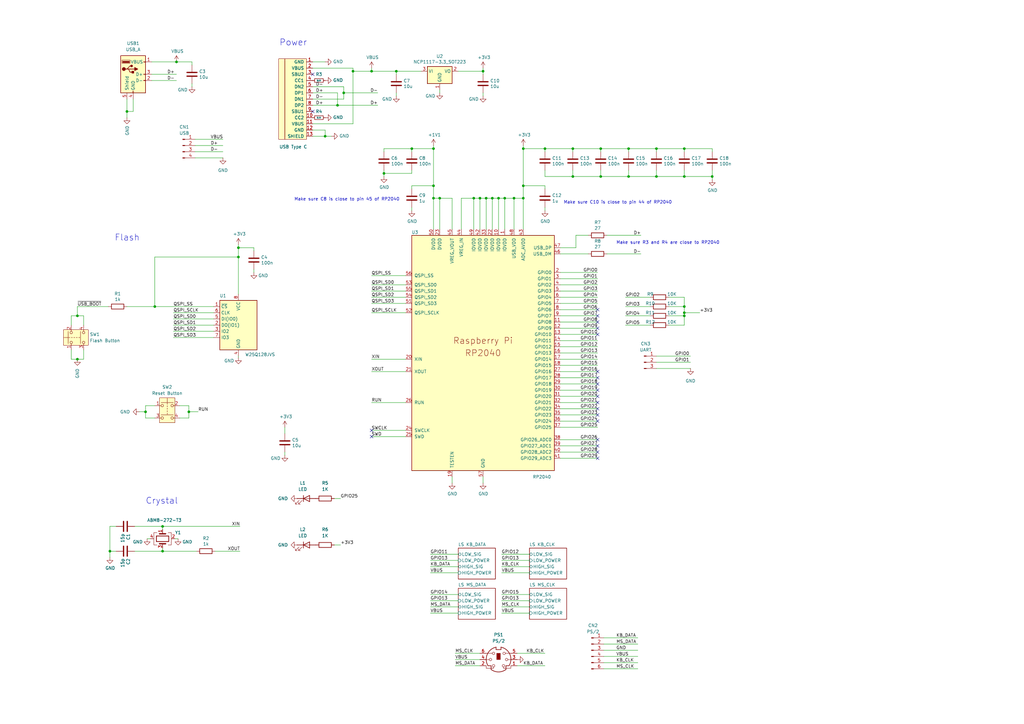
<source format=kicad_sch>
(kicad_sch (version 20231120) (generator "eeschema") (generator_version "8.0")
  (paper "A3")
  (title_block (title "USB to PS/2 Adapter") (date "2024-10-25") (rev "1.0") (company "Mikhail Matveev"))
  (junction (at 201.93 81.28))
  (junction (at 199.39 81.28))
  (junction (at 280.67 125.73))
  (junction (at 97.79 105.41))
  (junction (at 177.8 76.2))
  (junction (at 214.63 76.2))
  (junction (at 168.91 60.96))
  (junction (at 45.085 226.06))
  (junction (at 223.52 60.96))
  (junction (at 246.38 72.39))
  (junction (at 257.81 60.96))
  (junction (at 66.675 215.9))
  (junction (at 246.38 60.96))
  (junction (at 177.8 81.28))
  (junction (at 180.34 81.28))
  (junction (at 204.47 81.28))
  (junction (at 157.48 71.12))
  (junction (at 280.67 128.27))
  (junction (at 198.12 29.21))
  (junction (at 280.67 60.96))
  (junction (at 133.35 55.88))
  (junction (at 72.39 25.4))
  (junction (at 292.1 72.39))
  (junction (at 66.675 226.06))
  (junction (at 152.4 29.21))
  (junction (at 257.81 72.39))
  (junction (at 97.79 101.6))
  (junction (at 144.78 29.21))
  (junction (at 31.75 129.54))
  (junction (at 177.8 60.96))
  (junction (at 77.47 168.91))
  (junction (at 234.95 72.39))
  (junction (at 269.24 72.39))
  (junction (at 162.56 29.21))
  (junction (at 31.75 147.32))
  (junction (at 140.97 38.1))
  (junction (at 52.07 45.72))
  (junction (at 207.01 81.28))
  (junction (at 214.63 81.28))
  (junction (at 138.43 43.18))
  (junction (at 63.5 125.73))
  (junction (at 196.85 81.28))
  (junction (at 214.63 60.96))
  (junction (at 280.67 129.54))
  (junction (at 194.31 81.28))
  (junction (at 269.24 60.96))
  (junction (at 59.69 168.91))
  (junction (at 280.67 72.39))
  (junction (at 210.82 81.28))
  (junction (at 234.95 60.96))
  (no_connect (at 245.11 129.54))
  (no_connect (at 245.11 182.88))
  (no_connect (at 245.11 160.02))
  (no_connect (at 245.11 167.64))
  (no_connect (at 245.11 152.4))
  (no_connect (at 245.11 162.56))
  (no_connect (at 245.11 134.62))
  (no_connect (at 152.4 176.53))
  (no_connect (at 245.11 165.1))
  (no_connect (at 245.11 137.16))
  (no_connect (at 245.11 157.48))
  (no_connect (at 245.11 172.72))
  (no_connect (at 128.27 30.48))
  (no_connect (at 152.4 179.07))
  (no_connect (at 128.27 45.72))
  (no_connect (at 245.11 127))
  (no_connect (at 245.11 187.96))
  (no_connect (at 245.11 185.42))
  (no_connect (at 245.11 180.34))
  (no_connect (at 245.11 170.18))
  (no_connect (at 245.11 132.08))
  (no_connect (at 245.11 154.94))
  (wire (pts (xy 177.8 81.28) (xy 177.8 93.98)))
  (wire (pts (xy 229.87 137.16) (xy 245.11 137.16)))
  (wire (pts (xy 157.48 71.12) (xy 168.91 71.12)))
  (wire (pts (xy 236.22 96.52) (xy 236.22 101.6)))
  (wire (pts (xy 152.4 29.21) (xy 162.56 29.21)))
  (wire (pts (xy 246.38 60.96) (xy 257.81 60.96)))
  (wire (pts (xy 207.01 81.28) (xy 210.82 81.28)))
  (wire (pts (xy 116.84 185.42) (xy 116.84 186.69)))
  (wire (pts (xy 87.63 138.43) (xy 71.12 138.43)))
  (wire (pts (xy 246.38 62.23) (xy 246.38 60.96)))
  (wire (pts (xy 177.8 59.69) (xy 177.8 60.96)))
  (wire (pts (xy 256.54 121.92) (xy 266.7 121.92)))
  (wire (pts (xy 229.87 149.86) (xy 245.11 149.86)))
  (wire (pts (xy 269.24 146.05) (xy 283.21 146.05)))
  (wire (pts (xy 280.67 128.27) (xy 287.02 128.27)))
  (wire (pts (xy 34.29 133.35) (xy 34.29 129.54)))
  (wire (pts (xy 52.07 45.72) (xy 52.07 48.26)))
  (wire (pts (xy 31.75 129.54) (xy 34.29 129.54)))
  (wire (pts (xy 97.79 101.6) (xy 97.79 105.41)))
  (wire (pts (xy 34.29 147.32) (xy 34.29 143.51)))
  (wire (pts (xy 162.56 38.1) (xy 162.56 39.37)))
  (wire (pts (xy 229.87 175.26) (xy 245.11 175.26)))
  (wire (pts (xy 194.31 81.28) (xy 196.85 81.28)))
  (wire (pts (xy 274.32 125.73) (xy 280.67 125.73)))
  (wire (pts (xy 229.87 170.18) (xy 245.11 170.18)))
  (wire (pts (xy 152.4 27.94) (xy 152.4 29.21)))
  (wire (pts (xy 176.53 251.46) (xy 187.96 251.46)))
  (wire (pts (xy 73.66 171.45) (xy 77.47 171.45)))
  (wire (pts (xy 229.87 104.14) (xy 241.3 104.14)))
  (wire (pts (xy 59.69 171.45) (xy 63.5 171.45)))
  (wire (pts (xy 229.87 111.76) (xy 245.11 111.76)))
  (wire (pts (xy 247.65 266.7) (xy 261.62 266.7)))
  (wire (pts (xy 71.12 128.27) (xy 87.63 128.27)))
  (wire (pts (xy 205.74 232.41) (xy 217.17 232.41)))
  (wire (pts (xy 97.79 100.33) (xy 97.79 101.6)))
  (wire (pts (xy 248.92 96.52) (xy 262.89 96.52)))
  (wire (pts (xy 80.01 59.69) (xy 91.44 59.69)))
  (wire (pts (xy 186.69 273.05) (xy 196.85 273.05)))
  (wire (pts (xy 185.42 93.98) (xy 185.42 81.28)))
  (wire (pts (xy 31.75 129.54) (xy 31.75 125.73)))
  (wire (pts (xy 246.38 69.85) (xy 246.38 72.39)))
  (wire (pts (xy 229.87 116.84) (xy 245.11 116.84)))
  (wire (pts (xy 205.74 227.33) (xy 217.17 227.33)))
  (wire (pts (xy 256.54 133.35) (xy 266.7 133.35)))
  (wire (pts (xy 162.56 30.48) (xy 162.56 29.21)))
  (wire (pts (xy 177.8 76.2) (xy 177.8 81.28)))
  (wire (pts (xy 60.325 220.98) (xy 61.595 220.98)))
  (wire (pts (xy 59.69 166.37) (xy 59.69 168.91)))
  (wire (pts (xy 62.23 30.48) (xy 72.39 30.48)))
  (wire (pts (xy 189.23 81.28) (xy 194.31 81.28)))
  (wire (pts (xy 157.48 60.96) (xy 168.91 60.96)))
  (wire (pts (xy 128.27 40.64) (xy 140.97 40.64)))
  (wire (pts (xy 229.87 185.42) (xy 245.11 185.42)))
  (wire (pts (xy 274.32 121.92) (xy 280.67 121.92)))
  (wire (pts (xy 157.48 69.85) (xy 157.48 71.12)))
  (wire (pts (xy 71.755 220.98) (xy 73.025 220.98)))
  (wire (pts (xy 247.65 264.16) (xy 261.62 264.16)))
  (wire (pts (xy 152.4 124.46) (xy 166.37 124.46)))
  (wire (pts (xy 280.67 129.54) (xy 280.67 133.35)))
  (wire (pts (xy 55.245 215.9) (xy 66.675 215.9)))
  (wire (pts (xy 247.65 269.24) (xy 261.62 269.24)))
  (wire (pts (xy 176.53 234.95) (xy 187.96 234.95)))
  (wire (pts (xy 198.12 30.48) (xy 198.12 29.21)))
  (wire (pts (xy 176.53 246.38) (xy 187.96 246.38)))
  (wire (pts (xy 214.63 81.28) (xy 214.63 93.98)))
  (wire (pts (xy 57.15 168.91) (xy 59.69 168.91)))
  (wire (pts (xy 168.91 60.96) (xy 177.8 60.96)))
  (wire (pts (xy 44.45 125.73) (xy 31.75 125.73)))
  (wire (pts (xy 214.63 76.2) (xy 223.52 76.2)))
  (wire (pts (xy 97.79 146.685) (xy 97.79 146.05)))
  (wire (pts (xy 199.39 93.98) (xy 199.39 81.28)))
  (wire (pts (xy 138.43 43.18) (xy 154.94 43.18)))
  (wire (pts (xy 177.8 60.96) (xy 177.8 76.2)))
  (wire (pts (xy 78.74 26.67) (xy 78.74 25.4)))
  (wire (pts (xy 210.82 81.28) (xy 214.63 81.28)))
  (wire (pts (xy 152.4 119.38) (xy 166.37 119.38)))
  (wire (pts (xy 166.37 165.1) (xy 152.4 165.1)))
  (wire (pts (xy 247.65 274.32) (xy 261.62 274.32)))
  (wire (pts (xy 62.23 33.02) (xy 72.39 33.02)))
  (wire (pts (xy 269.24 62.23) (xy 269.24 60.96)))
  (wire (pts (xy 205.74 246.38) (xy 217.17 246.38)))
  (wire (pts (xy 196.85 81.28) (xy 199.39 81.28)))
  (wire (pts (xy 280.67 125.73) (xy 280.67 128.27)))
  (wire (pts (xy 87.63 133.35) (xy 71.12 133.35)))
  (wire (pts (xy 223.52 62.23) (xy 223.52 60.96)))
  (wire (pts (xy 205.74 251.46) (xy 217.17 251.46)))
  (wire (pts (xy 214.63 60.96) (xy 223.52 60.96)))
  (wire (pts (xy 104.14 101.6) (xy 97.79 101.6)))
  (wire (pts (xy 207.01 81.28) (xy 207.01 93.98)))
  (wire (pts (xy 196.85 93.98) (xy 196.85 81.28)))
  (wire (pts (xy 66.675 224.79) (xy 66.675 226.06)))
  (wire (pts (xy 45.085 226.06) (xy 45.085 228.6)))
  (wire (pts (xy 54.61 40.64) (xy 54.61 45.72)))
  (wire (pts (xy 229.87 101.6) (xy 236.22 101.6)))
  (wire (pts (xy 128.27 38.1) (xy 138.43 38.1)))
  (wire (pts (xy 29.21 147.32) (xy 31.75 147.32)))
  (wire (pts (xy 137.16 204.47) (xy 139.7 204.47)))
  (wire (pts (xy 214.63 60.96) (xy 214.63 76.2)))
  (wire (pts (xy 180.34 36.83) (xy 180.34 38.1)))
  (wire (pts (xy 166.37 152.4) (xy 152.4 152.4)))
  (wire (pts (xy 166.37 113.03) (xy 152.4 113.03)))
  (wire (pts (xy 269.24 60.96) (xy 280.67 60.96)))
  (wire (pts (xy 292.1 69.85) (xy 292.1 72.39)))
  (wire (pts (xy 88.265 226.06) (xy 98.425 226.06)))
  (wire (pts (xy 187.96 29.21) (xy 198.12 29.21)))
  (wire (pts (xy 80.01 57.15) (xy 91.44 57.15)))
  (wire (pts (xy 78.74 34.29) (xy 78.74 35.56)))
  (wire (pts (xy 229.87 147.32) (xy 245.11 147.32)))
  (wire (pts (xy 229.87 127) (xy 245.11 127)))
  (wire (pts (xy 168.91 71.12) (xy 168.91 69.85)))
  (wire (pts (xy 234.95 62.23) (xy 234.95 60.96)))
  (wire (pts (xy 234.95 72.39) (xy 223.52 72.39)))
  (wire (pts (xy 229.87 180.34) (xy 245.11 180.34)))
  (wire (pts (xy 214.63 76.2) (xy 214.63 81.28)))
  (wire (pts (xy 186.69 270.51) (xy 196.85 270.51)))
  (wire (pts (xy 140.97 38.1) (xy 140.97 40.64)))
  (wire (pts (xy 214.63 59.69) (xy 214.63 60.96)))
  (wire (pts (xy 280.67 128.27) (xy 280.67 129.54)))
  (wire (pts (xy 72.39 25.4) (xy 78.74 25.4)))
  (wire (pts (xy 229.87 129.54) (xy 245.11 129.54)))
  (wire (pts (xy 168.91 77.47) (xy 168.91 76.2)))
  (wire (pts (xy 87.63 135.89) (xy 71.12 135.89)))
  (wire (pts (xy 234.95 60.96) (xy 246.38 60.96)))
  (wire (pts (xy 128.27 25.4) (xy 133.35 25.4)))
  (wire (pts (xy 59.69 168.91) (xy 59.69 171.45)))
  (wire (pts (xy 52.07 125.73) (xy 63.5 125.73)))
  (wire (pts (xy 133.35 53.34) (xy 133.35 55.88)))
  (wire (pts (xy 205.74 229.87) (xy 217.17 229.87)))
  (wire (pts (xy 229.87 187.96) (xy 245.11 187.96)))
  (wire (pts (xy 274.32 133.35) (xy 280.67 133.35)))
  (wire (pts (xy 234.95 69.85) (xy 234.95 72.39)))
  (wire (pts (xy 274.32 129.54) (xy 280.67 129.54)))
  (wire (pts (xy 180.34 93.98) (xy 180.34 81.28)))
  (wire (pts (xy 280.67 121.92) (xy 280.67 125.73)))
  (wire (pts (xy 280.67 72.39) (xy 292.1 72.39)))
  (wire (pts (xy 144.78 27.94) (xy 144.78 29.21)))
  (wire (pts (xy 144.78 50.8) (xy 128.27 50.8)))
  (wire (pts (xy 172.72 29.21) (xy 162.56 29.21)))
  (wire (pts (xy 269.24 69.85) (xy 269.24 72.39)))
  (wire (pts (xy 52.07 40.64) (xy 52.07 45.72)))
  (wire (pts (xy 138.43 38.1) (xy 138.43 43.18)))
  (wire (pts (xy 223.52 60.96) (xy 234.95 60.96)))
  (wire (pts (xy 223.52 85.09) (xy 223.52 86.36)))
  (wire (pts (xy 229.87 132.08) (xy 245.11 132.08)))
  (wire (pts (xy 204.47 93.98) (xy 204.47 81.28)))
  (wire (pts (xy 55.245 226.06) (xy 66.675 226.06)))
  (wire (pts (xy 47.625 226.06) (xy 45.085 226.06)))
  (wire (pts (xy 66.675 226.06) (xy 80.645 226.06)))
  (wire (pts (xy 229.87 119.38) (xy 245.11 119.38)))
  (wire (pts (xy 292.1 62.23) (xy 292.1 60.96)))
  (wire (pts (xy 166.37 179.07) (xy 152.4 179.07)))
  (wire (pts (xy 199.39 81.28) (xy 201.93 81.28)))
  (wire (pts (xy 292.1 72.39) (xy 292.1 73.66)))
  (wire (pts (xy 256.54 125.73) (xy 266.7 125.73)))
  (wire (pts (xy 116.84 175.26) (xy 116.84 177.8)))
  (wire (pts (xy 144.78 29.21) (xy 144.78 50.8)))
  (wire (pts (xy 229.87 157.48) (xy 245.11 157.48)))
  (wire (pts (xy 205.74 248.92) (xy 217.17 248.92)))
  (wire (pts (xy 166.37 128.27) (xy 152.4 128.27)))
  (wire (pts (xy 186.69 267.97) (xy 196.85 267.97)))
  (wire (pts (xy 128.27 55.88) (xy 133.35 55.88)))
  (wire (pts (xy 198.12 195.58) (xy 198.12 198.12)))
  (wire (pts (xy 269.24 151.13) (xy 283.21 151.13)))
  (wire (pts (xy 128.27 53.34) (xy 133.35 53.34)))
  (wire (pts (xy 133.35 55.88) (xy 135.89 55.88)))
  (wire (pts (xy 168.91 76.2) (xy 177.8 76.2)))
  (wire (pts (xy 229.87 154.94) (xy 245.11 154.94)))
  (wire (pts (xy 87.63 130.81) (xy 71.12 130.81)))
  (wire (pts (xy 246.38 72.39) (xy 234.95 72.39)))
  (wire (pts (xy 128.27 27.94) (xy 144.78 27.94)))
  (wire (pts (xy 223.52 69.85) (xy 223.52 72.39)))
  (wire (pts (xy 77.47 168.91) (xy 77.47 171.45)))
  (wire (pts (xy 185.42 195.58) (xy 185.42 198.12)))
  (wire (pts (xy 128.27 43.18) (xy 138.43 43.18)))
  (wire (pts (xy 176.53 229.87) (xy 187.96 229.87)))
  (wire (pts (xy 229.87 160.02) (xy 245.11 160.02)))
  (wire (pts (xy 47.625 215.9) (xy 45.085 215.9)))
  (wire (pts (xy 229.87 139.7) (xy 245.11 139.7)))
  (wire (pts (xy 29.21 129.54) (xy 31.75 129.54)))
  (wire (pts (xy 229.87 165.1) (xy 245.11 165.1)))
  (wire (pts (xy 180.34 81.28) (xy 177.8 81.28)))
  (wire (pts (xy 248.92 104.14) (xy 262.89 104.14)))
  (wire (pts (xy 229.87 144.78) (xy 245.11 144.78)))
  (wire (pts (xy 280.67 72.39) (xy 269.24 72.39)))
  (wire (pts (xy 73.66 166.37) (xy 77.47 166.37)))
  (wire (pts (xy 45.085 215.9) (xy 45.085 226.06)))
  (wire (pts (xy 54.61 45.72) (xy 52.07 45.72)))
  (wire (pts (xy 176.53 248.92) (xy 187.96 248.92)))
  (wire (pts (xy 66.675 217.17) (xy 66.675 215.9)))
  (wire (pts (xy 152.4 116.84) (xy 166.37 116.84)))
  (wire (pts (xy 212.09 273.05) (xy 223.52 273.05)))
  (wire (pts (xy 201.93 81.28) (xy 204.47 81.28)))
  (wire (pts (xy 229.87 134.62) (xy 245.11 134.62)))
  (wire (pts (xy 229.87 152.4) (xy 245.11 152.4)))
  (wire (pts (xy 137.16 223.52) (xy 139.7 223.52)))
  (wire (pts (xy 157.48 62.23) (xy 157.48 60.96)))
  (wire (pts (xy 80.01 64.77) (xy 91.44 64.77)))
  (wire (pts (xy 236.22 96.52) (xy 241.3 96.52)))
  (wire (pts (xy 104.14 110.49) (xy 104.14 111.76)))
  (wire (pts (xy 157.48 71.12) (xy 157.48 72.39)))
  (wire (pts (xy 280.67 69.85) (xy 280.67 72.39)))
  (wire (pts (xy 152.4 147.32) (xy 166.37 147.32)))
  (wire (pts (xy 256.54 129.54) (xy 266.7 129.54)))
  (wire (pts (xy 229.87 142.24) (xy 245.11 142.24)))
  (wire (pts (xy 212.09 267.97) (xy 223.52 267.97)))
  (wire (pts (xy 257.81 60.96) (xy 269.24 60.96)))
  (wire (pts (xy 176.53 232.41) (xy 187.96 232.41)))
  (wire (pts (xy 176.53 227.33) (xy 187.96 227.33)))
  (wire (pts (xy 223.52 77.47) (xy 223.52 76.2)))
  (wire (pts (xy 247.65 271.78) (xy 261.62 271.78)))
  (wire (pts (xy 152.4 121.92) (xy 166.37 121.92)))
  (wire (pts (xy 29.21 133.35) (xy 29.21 129.54)))
  (wire (pts (xy 229.87 124.46) (xy 245.11 124.46)))
  (wire (pts (xy 229.87 167.64) (xy 245.11 167.64)))
  (wire (pts (xy 229.87 114.3) (xy 245.11 114.3)))
  (wire (pts (xy 257.81 72.39) (xy 246.38 72.39)))
  (wire (pts (xy 104.14 102.87) (xy 104.14 101.6)))
  (wire (pts (xy 269.24 72.39) (xy 257.81 72.39)))
  (wire (pts (xy 63.5 166.37) (xy 59.69 166.37)))
  (wire (pts (xy 204.47 81.28) (xy 207.01 81.28)))
  (wire (pts (xy 63.5 125.73) (xy 87.63 125.73)))
  (wire (pts (xy 194.31 93.98) (xy 194.31 81.28)))
  (wire (pts (xy 144.78 29.21) (xy 152.4 29.21)))
  (wire (pts (xy 80.01 62.23) (xy 91.44 62.23)))
  (wire (pts (xy 205.74 243.84) (xy 217.17 243.84)))
  (wire (pts (xy 77.47 166.37) (xy 77.47 168.91)))
  (wire (pts (xy 201.93 93.98) (xy 201.93 81.28)))
  (wire (pts (xy 247.65 261.62) (xy 261.62 261.62)))
  (wire (pts (xy 168.91 62.23) (xy 168.91 60.96)))
  (wire (pts (xy 31.75 147.32) (xy 34.29 147.32)))
  (wire (pts (xy 185.42 81.28) (xy 180.34 81.28)))
  (wire (pts (xy 280.67 60.96) (xy 292.1 60.96)))
  (wire (pts (xy 280.67 62.23) (xy 280.67 60.96)))
  (wire (pts (xy 205.74 234.95) (xy 217.17 234.95)))
  (wire (pts (xy 257.81 69.85) (xy 257.81 72.39)))
  (wire (pts (xy 229.87 162.56) (xy 245.11 162.56)))
  (wire (pts (xy 269.24 148.59) (xy 283.21 148.59)))
  (wire (pts (xy 62.23 25.4) (xy 72.39 25.4)))
  (wire (pts (xy 229.87 172.72) (xy 245.11 172.72)))
  (wire (pts (xy 210.82 93.98) (xy 210.82 81.28)))
  (wire (pts (xy 140.97 35.56) (xy 140.97 38.1)))
  (wire (pts (xy 176.53 243.84) (xy 187.96 243.84)))
  (wire (pts (xy 257.81 62.23) (xy 257.81 60.96)))
  (wire (pts (xy 29.21 143.51) (xy 29.21 147.32)))
  (wire (pts (xy 166.37 176.53) (xy 152.4 176.53)))
  (wire (pts (xy 128.27 35.56) (xy 140.97 35.56)))
  (wire (pts (xy 189.23 93.98) (xy 189.23 81.28)))
  (wire (pts (xy 77.47 168.91) (xy 81.28 168.91)))
  (wire (pts (xy 168.91 85.09) (xy 168.91 86.36)))
  (wire (pts (xy 198.12 38.1) (xy 198.12 39.37)))
  (wire (pts (xy 63.5 105.41) (xy 63.5 125.73)))
  (wire (pts (xy 63.5 105.41) (xy 97.79 105.41)))
  (wire (pts (xy 198.12 29.21) (xy 198.12 27.94)))
  (wire (pts (xy 229.87 182.88) (xy 245.11 182.88)))
  (wire (pts (xy 229.87 121.92) (xy 245.11 121.92)))
  (wire (pts (xy 140.97 38.1) (xy 154.94 38.1)))
  (wire (pts (xy 97.79 105.41) (xy 97.79 120.65)))
  (wire (pts (xy 66.675 215.9) (xy 98.425 215.9)))
  (text "Power" (at 114.554 19.05 0) (effects (font (size 2.54 2.54)) (justify left bottom)))
  (text "Crystal" (at 59.69 207.01 0) (effects (font (size 2.54 2.54)) (justify left bottom)))
  (text "Make sure C8 is close to pin 45 of RP2040" (at 120.65 82.55 0) (effects (font (size 1.27 1.27)) (justify left bottom)))
  (text "Make sure C10 is close to pin 44 of RP2040" (at 231.14 83.82 0) (effects (font (size 1.27 1.27)) (justify left bottom)))
  (text "Make sure R3 and R4 are close to RP2040" (at 252.73 100.33 0) (effects (font (size 1.27 1.27)) (justify left bottom)))
  (text "Flash" (at 46.99 99.06 0) (effects (font (size 2.54 2.54)) (justify left bottom)))
  (label "XOUT" (at 98.425 226.06 180))
  (label "D-" (at 154.94 38.1 180))
  (label "QSPI_SS" (at 71.12 125.73 0))
  (label "QSPI_SD3" (at 71.12 138.43 0))
  (label "MS_DATA" (at 176.53 248.92 0))
  (label "GPIO13" (at 176.53 229.87 0))
  (label "QSPI_SD2" (at 152.4 121.92 0))
  (label "D-" (at 262.89 104.14 180))
  (label "MS_CLK" (at 252.73 274.32 0))
  (label "GPIO4" (at 245.11 121.92 180))
  (label "GPIO25" (at 139.7 204.47 0))
  (label "VBUS" (at 176.53 234.95 0))
  (label "D+" (at 86.36 59.69 0))
  (label "RUN" (at 152.4 165.1 0))
  (label "XOUT" (at 152.4 152.4 0))
  (label "D-" (at 86.36 62.23 0))
  (label "MS_CLK" (at 205.74 248.92 0))
  (label "GPIO29" (at 245.11 187.96 180))
  (label "D+" (at 129.54 43.18 0))
  (label "QSPI_SD1" (at 152.4 119.38 0))
  (label "GPIO13" (at 205.74 229.87 0))
  (label "GPIO13" (at 245.11 144.78 180))
  (label "VBUS" (at 186.69 270.51 0))
  (label "GPIO5" (at 256.54 133.35 0))
  (label "GPIO6" (at 245.11 127 180))
  (label "D+" (at 262.89 96.52 180))
  (label "SWD" (at 152.4 179.07 0))
  (label "GPIO20" (at 245.11 162.56 180))
  (label "QSPI_SD1" (at 71.12 133.35 0))
  (label "QSPI_SD3" (at 152.4 124.46 0))
  (label "GPIO18" (at 245.11 157.48 180))
  (label "GPIO25" (at 245.11 175.26 180))
  (label "GPIO0" (at 245.11 111.76 180))
  (label "VBUS" (at 205.74 234.95 0))
  (label "KB_CLK" (at 205.74 232.41 0))
  (label "GPIO1" (at 276.86 148.59 0))
  (label "KB_DATA" (at 252.73 261.62 0))
  (label "GPIO21" (at 245.11 165.1 180))
  (label "GPIO11" (at 245.11 139.7 180))
  (label "RUN" (at 81.28 168.91 0))
  (label "GPIO27" (at 245.11 182.88 180))
  (label "VBUS" (at 205.74 251.46 0))
  (label "D-" (at 129.54 40.64 0))
  (label "GPIO1" (at 245.11 114.3 180))
  (label "XIN" (at 98.425 215.9 180))
  (label "+3V3" (at 287.02 128.27 0))
  (label "D+" (at 154.94 43.18 180))
  (label "GPIO14" (at 245.11 147.32 180))
  (label "VBUS" (at 252.73 269.24 0))
  (label "GPIO3" (at 245.11 119.38 180))
  (label "GPIO10" (at 245.11 137.16 180))
  (label "KB_CLK" (at 215.9 267.97 0))
  (label "GPIO23" (at 245.11 170.18 180))
  (label "GPIO3" (at 256.54 125.73 0))
  (label "SWCLK" (at 152.4 176.53 0))
  (label "VBUS" (at 176.53 251.46 0))
  (label "KB_CLK" (at 252.73 271.78 0))
  (label "QSPI_SCLK" (at 152.4 128.27 0))
  (label "GPIO11" (at 176.53 227.33 0))
  (label "QSPI_SD0" (at 152.4 116.84 0))
  (label "MS_DATA" (at 186.69 273.05 0))
  (label "GPIO2" (at 256.54 121.92 0))
  (label "GPIO17" (at 245.11 154.94 180))
  (label "GPIO14" (at 176.53 243.84 0))
  (label "GPIO2" (at 245.11 116.84 180))
  (label "GPIO9" (at 245.11 134.62 180))
  (label "GPIO15" (at 245.11 149.86 180))
  (label "GPIO13" (at 176.53 246.38 0))
  (label "GND" (at 252.73 266.7 0))
  (label "GPIO12" (at 245.11 142.24 180))
  (label "GPIO24" (at 245.11 172.72 180))
  (label "GPIO5" (at 245.11 124.46 180))
  (label "GPIO22" (at 245.11 167.64 180))
  (label "GPIO19" (at 245.11 160.02 180))
  (label "D-" (at 68.58 33.02 0))
  (label "GPIO13" (at 205.74 246.38 0))
  (label "QSPI_SS" (at 152.4 113.03 0))
  (label "VBUS" (at 86.36 57.15 0))
  (label "QSPI_SD2" (at 71.12 135.89 0))
  (label "GPIO4" (at 256.54 129.54 0))
  (label "QSPI_SD0" (at 71.12 130.81 0))
  (label "QSPI_SCLK" (at 71.12 128.27 0))
  (label "~{USB_BOOT}" (at 31.75 125.73 0))
  (label "GPIO26" (at 245.11 180.34 180))
  (label "GPIO28" (at 245.11 185.42 180))
  (label "KB_DATA" (at 176.53 232.41 0))
  (label "D-" (at 129.54 35.56 0))
  (label "GPIO16" (at 245.11 152.4 180))
  (label "+3V3" (at 139.7 223.52 0))
  (label "GPIO8" (at 245.11 132.08 180))
  (label "MS_CLK" (at 186.69 267.97 0))
  (label "XIN" (at 152.4 147.32 0))
  (label "KB_DATA" (at 214.63 273.05 0))
  (label "D+" (at 129.54 38.1 0))
  (label "D+" (at 68.58 30.48 0))
  (label "GPIO15" (at 205.74 243.84 0))
  (label "MS_DATA" (at 252.73 264.16 0))
  (label "GPIO0" (at 276.86 146.05 0))
  (label "GPIO7" (at 245.11 129.54 180))
  (label "GPIO12" (at 205.74 227.33 0))
  (symbol (lib_id "MCU_RaspberryPi_RP2040:RP2040") (at 198.12 144.78 0) (unit 1)
    (property "Reference" "U3" (at 170.18 95.25 0))
    (property "Value" "RP2040" (at 222.25 195.58 0))
    (property "Footprint" "LIBS:RP2040-QFN-56" (effects (hide yes)))
  )
  (symbol (lib_id "Memory_Flash:W25Q128JVS") (at 97.79 133.35 0) (unit 1)
    (property "Reference" "U1" (at 91.44 121.285 0))
    (property "Value" "W25Q128JVS" (at 106.68 145.415 0))
    (property "Footprint" "Package_SO:SOIC-8_5.23x5.23mm_P1.27mm" (effects (hide yes)))
    (property "Datasheet" "http://www.winbond.com/resource-files/w25q128jv_dtr%20revc%2003272018%20plus.pdf" (effects (hide yes)))
  )
  (symbol (lib_id "power:+3V3") (at 97.79 100.33 0) (unit 1)
    (property "Reference" "#PWR010" (effects (hide yes)))
    (property "Value" "+3V3" (at 98.171 95.9358 0))
  )
  (symbol (lib_id "power:GND") (at 97.79 146.685 0) (unit 1)
    (property "Reference" "#PWR011" (effects (hide yes)))
    (property "Value" "GND" (at 93.98 147.955 0))
  )
  (symbol (lib_id "Device:R") (at 48.26 125.73 270) (unit 1)
    (property "Reference" "R1" (at 48.26 120.4722 90))
    (property "Value" "1k" (at 48.26 122.7836 90))
    (property "Footprint" "Resistor_SMD:R_0805_2012Metric_Pad1.20x1.40mm_HandSolder" (effects (hide yes)))
  )
  (symbol (lib_id "Device:C") (at 104.14 106.68 0) (unit 1)
    (property "Reference" "C4" (at 107.061 105.5116 0) (effects (justify left)))
    (property "Value" "100n" (at 107.061 107.823 0) (effects (justify left)))
    (property "Footprint" "Capacitor_SMD:C_0805_2012Metric_Pad1.18x1.45mm_HandSolder" (effects (hide yes)))
  )
  (symbol (lib_id "power:GND") (at 104.14 111.76 0) (unit 1)
    (property "Reference" "#PWR012" (effects (hide yes)))
    (property "Value" "GND" (at 107.95 113.03 0))
  )
  (symbol (lib_id "power:GND") (at 198.12 198.12 0) (unit 1)
    (property "Reference" "#PWR030" (effects (hide yes)))
    (property "Value" "GND" (at 198.247 202.5142 0))
  )
  (symbol (lib_id "power:GND") (at 185.42 198.12 0) (unit 1)
    (property "Reference" "#PWR027" (effects (hide yes)))
    (property "Value" "GND" (at 185.547 202.5142 0))
  )
  (symbol (lib_id "Device:R") (at 245.11 96.52 270) (unit 1)
    (property "Reference" "R7" (at 245.11 91.2622 90))
    (property "Value" "27" (at 245.11 93.5736 90))
    (property "Footprint" "Resistor_SMD:R_0805_2012Metric_Pad1.20x1.40mm_HandSolder" (effects (hide yes)))
  )
  (symbol (lib_id "Device:R") (at 245.11 104.14 270) (unit 1)
    (property "Reference" "R8" (at 245.11 98.8822 90))
    (property "Value" "27" (at 245.11 101.1936 90))
    (property "Footprint" "Resistor_SMD:R_0805_2012Metric_Pad1.20x1.40mm_HandSolder" (effects (hide yes)))
  )
  (symbol (lib_id "power:+3V3") (at 214.63 59.69 0) (unit 1)
    (property "Reference" "#PWR032" (effects (hide yes)))
    (property "Value" "+3V3" (at 215.011 55.2958 0))
  )
  (symbol (lib_id "power:+1V1") (at 177.8 59.69 0) (unit 1)
    (property "Reference" "#PWR025" (effects (hide yes)))
    (property "Value" "+1V1" (at 178.181 55.2958 0))
  )
  (symbol (lib_id "Device:C") (at 223.52 66.04 0) (unit 1)
    (property "Reference" "C11" (at 226.441 64.8716 0) (effects (justify left)))
    (property "Value" "100n" (at 226.441 67.183 0) (effects (justify left)))
    (property "Footprint" "Capacitor_SMD:C_0805_2012Metric_Pad1.18x1.45mm_HandSolder" (effects (hide yes)))
  )
  (symbol (lib_id "Device:C") (at 234.95 66.04 0) (unit 1)
    (property "Reference" "C13" (at 237.871 64.8716 0) (effects (justify left)))
    (property "Value" "100n" (at 237.871 67.183 0) (effects (justify left)))
    (property "Footprint" "Capacitor_SMD:C_0805_2012Metric_Pad1.18x1.45mm_HandSolder" (effects (hide yes)))
  )
  (symbol (lib_id "Device:C") (at 246.38 66.04 0) (unit 1)
    (property "Reference" "C14" (at 249.301 64.8716 0) (effects (justify left)))
    (property "Value" "100n" (at 249.301 67.183 0) (effects (justify left)))
    (property "Footprint" "Capacitor_SMD:C_0805_2012Metric_Pad1.18x1.45mm_HandSolder" (effects (hide yes)))
  )
  (symbol (lib_id "Device:C") (at 257.81 66.04 0) (unit 1)
    (property "Reference" "C15" (at 260.731 64.8716 0) (effects (justify left)))
    (property "Value" "100n" (at 260.731 67.183 0) (effects (justify left)))
    (property "Footprint" "Capacitor_SMD:C_0805_2012Metric_Pad1.18x1.45mm_HandSolder" (effects (hide yes)))
  )
  (symbol (lib_id "Device:C") (at 269.24 66.04 0) (unit 1)
    (property "Reference" "C16" (at 272.161 64.8716 0) (effects (justify left)))
    (property "Value" "100n" (at 272.161 67.183 0) (effects (justify left)))
    (property "Footprint" "Capacitor_SMD:C_0805_2012Metric_Pad1.18x1.45mm_HandSolder" (effects (hide yes)))
  )
  (symbol (lib_id "Device:C") (at 280.67 66.04 0) (unit 1)
    (property "Reference" "C17" (at 283.591 64.8716 0) (effects (justify left)))
    (property "Value" "100n" (at 283.591 67.183 0) (effects (justify left)))
    (property "Footprint" "Capacitor_SMD:C_0805_2012Metric_Pad1.18x1.45mm_HandSolder" (effects (hide yes)))
  )
  (symbol (lib_id "Device:C") (at 292.1 66.04 0) (unit 1)
    (property "Reference" "C18" (at 295.021 64.8716 0) (effects (justify left)))
    (property "Value" "100n" (at 295.021 67.183 0) (effects (justify left)))
    (property "Footprint" "Capacitor_SMD:C_0805_2012Metric_Pad1.18x1.45mm_HandSolder" (effects (hide yes)))
  )
  (symbol (lib_id "Device:C") (at 157.48 66.04 0) (unit 1)
    (property "Reference" "C6" (at 160.401 64.8716 0) (effects (justify left)))
    (property "Value" "100n" (at 160.401 67.183 0) (effects (justify left)))
    (property "Footprint" "Capacitor_SMD:C_0805_2012Metric_Pad1.18x1.45mm_HandSolder" (effects (hide yes)))
  )
  (symbol (lib_id "Device:C") (at 168.91 66.04 0) (unit 1)
    (property "Reference" "C8" (at 171.831 64.8716 0) (effects (justify left)))
    (property "Value" "100n" (at 171.831 67.183 0) (effects (justify left)))
    (property "Footprint" "Capacitor_SMD:C_0805_2012Metric_Pad1.18x1.45mm_HandSolder" (effects (hide yes)))
  )
  (symbol (lib_id "Device:C") (at 168.91 81.28 0) (unit 1)
    (property "Reference" "C9" (at 171.831 80.1116 0) (effects (justify left)))
    (property "Value" "1u" (at 171.831 82.423 0) (effects (justify left)))
    (property "Footprint" "Capacitor_SMD:C_0805_2012Metric_Pad1.18x1.45mm_HandSolder" (effects (hide yes)))
  )
  (symbol (lib_id "Device:C") (at 223.52 81.28 0) (unit 1)
    (property "Reference" "C12" (at 226.441 80.1116 0) (effects (justify left)))
    (property "Value" "1u" (at 226.441 82.423 0) (effects (justify left)))
    (property "Footprint" "Capacitor_SMD:C_0805_2012Metric_Pad1.18x1.45mm_HandSolder" (effects (hide yes)))
  )
  (symbol (lib_id "power:GND") (at 292.1 73.66 0) (unit 1)
    (property "Reference" "#PWR035" (effects (hide yes)))
    (property "Value" "GND" (at 292.227 78.0542 0))
  )
  (symbol (lib_id "power:GND") (at 157.48 72.39 0) (unit 1)
    (property "Reference" "#PWR022" (effects (hide yes)))
    (property "Value" "GND" (at 157.607 76.7842 0))
  )
  (symbol (lib_id "power:GND") (at 168.91 86.36 0) (unit 1)
    (property "Reference" "#PWR024" (effects (hide yes)))
    (property "Value" "GND" (at 169.037 90.7542 0))
  )
  (symbol (lib_id "power:GND") (at 223.52 86.36 0) (unit 1)
    (property "Reference" "#PWR033" (effects (hide yes)))
    (property "Value" "GND" (at 223.647 90.7542 0))
  )
  (symbol (lib_id "Regulator_Linear:NCP1117-3.3_SOT223") (at 180.34 29.21 0) (unit 1)
    (property "Reference" "U2" (at 180.34 23.0632 0))
    (property "Value" "NCP1117-3.3_SOT223" (at 180.34 25.3746 0))
    (property "Footprint" "Package_TO_SOT_SMD:SOT-223-3_TabPin2" (effects (hide yes)))
    (property "Datasheet" "http://www.onsemi.com/pub_link/Collateral/NCP1117-D.PDF" (effects (hide yes)))
  )
  (symbol (lib_id "power:VBUS") (at 152.4 27.94 0) (unit 1)
    (property "Reference" "#PWR021" (effects (hide yes)))
    (property "Value" "VBUS" (at 152.781 23.5458 0))
  )
  (symbol (lib_id "power:GND") (at 180.34 38.1 0) (unit 1)
    (property "Reference" "#PWR026" (effects (hide yes)))
    (property "Value" "GND" (at 176.53 39.37 0))
  )
  (symbol (lib_id "power:+3V3") (at 198.12 27.94 0) (unit 1)
    (property "Reference" "#PWR028" (effects (hide yes)))
    (property "Value" "+3V3" (at 198.501 23.5458 0))
  )
  (symbol (lib_id "Device:C") (at 162.56 34.29 0) (unit 1)
    (property "Reference" "C7" (at 165.481 33.1216 0) (effects (justify left)))
    (property "Value" "10u" (at 165.481 35.433 0) (effects (justify left)))
    (property "Footprint" "Capacitor_SMD:C_0805_2012Metric_Pad1.18x1.45mm_HandSolder" (effects (hide yes)))
  )
  (symbol (lib_id "Device:C") (at 198.12 34.29 0) (unit 1)
    (property "Reference" "C10" (at 201.041 33.1216 0) (effects (justify left)))
    (property "Value" "10u" (at 201.041 35.433 0) (effects (justify left)))
    (property "Footprint" "Capacitor_SMD:C_0805_2012Metric_Pad1.18x1.45mm_HandSolder" (effects (hide yes)))
  )
  (symbol (lib_id "power:GND") (at 162.56 39.37 0) (unit 1)
    (property "Reference" "#PWR023" (effects (hide yes)))
    (property "Value" "GND" (at 158.75 40.64 0))
  )
  (symbol (lib_id "power:GND") (at 198.12 39.37 0) (unit 1)
    (property "Reference" "#PWR029" (effects (hide yes)))
    (property "Value" "GND" (at 194.31 40.64 0))
  )
  (symbol (lib_id "power:+3V3") (at 116.84 175.26 0) (unit 1)
    (property "Reference" "#PWR013" (effects (hide yes)))
    (property "Value" "+3V3" (at 117.221 170.8658 0))
  )
  (symbol (lib_id "Device:C") (at 116.84 181.61 0) (unit 1)
    (property "Reference" "C5" (at 119.761 180.4416 0) (effects (justify left)))
    (property "Value" "10u" (at 119.761 182.753 0) (effects (justify left)))
    (property "Footprint" "Capacitor_SMD:C_0805_2012Metric_Pad1.18x1.45mm_HandSolder" (effects (hide yes)))
  )
  (symbol (lib_id "power:GND") (at 116.84 186.69 0) (unit 1)
    (property "Reference" "#PWR014" (effects (hide yes)))
    (property "Value" "GND" (at 113.03 187.96 0))
  )
  (symbol (lib_id "Device:LED") (at 125.73 204.47 0) (unit 1)
    (property "Reference" "L1" (at 124.1425 198.12 0))
    (property "Value" "LED" (at 124.1425 200.66 0))
    (property "Footprint" "LED_SMD:LED_0805_2012Metric_Pad1.15x1.40mm_HandSolder" (effects (hide yes)))
    (property "Description" "Light emitting diode" (effects (hide yes)))
  )
  (symbol (lib_name "GND_3") (lib_id "power:GND") (at 91.44 64.77 0) (unit 1)
    (property "Reference" "#PWR09" (effects (hide yes)))
    (property "Value" "GND" (at 91.44 69.85 0))
    (property "Description" "Power symbol creates a global label with name \"GND\" , ground" (effects (hide yes)))
  )
  (symbol (lib_name "GND_2") (lib_id "power:GND") (at 121.92 223.52 270) (unit 1)
    (property "Reference" "#PWR016" (effects (hide yes)))
    (property "Value" "GND" (at 118.11 223.5199 90) (effects (justify right)))
    (property "Description" "Power symbol creates a global label with name \"GND\" , ground" (effects (hide yes)))
  )
  (symbol (lib_id "Device:R") (at 133.35 223.52 90) (unit 1)
    (property "Reference" "R6" (at 133.35 217.17 90))
    (property "Value" "1K" (at 133.35 219.71 90))
    (property "Footprint" "Resistor_SMD:R_0805_2012Metric_Pad1.20x1.40mm_HandSolder" (effects (hide yes)))
    (property "Description" "Resistor" (effects (hide yes)))
  )
  (symbol (lib_name "GND_1") (lib_id "power:GND") (at 31.75 147.32 0) (unit 1)
    (property "Reference" "#PWR01" (effects (hide yes)))
    (property "Value" "GND" (at 31.7499 151.13 90) (effects (justify right)))
    (property "Description" "Power symbol creates a global label with name \"GND\" , ground" (effects (hide yes)))
  )
  (symbol (lib_name "GND_1") (lib_id "power:GND") (at 57.15 168.91 270) (unit 1)
    (property "Reference" "#PWR04" (effects (hide yes)))
    (property "Value" "GND" (at 53.34 168.9099 90) (effects (justify right)))
    (property "Description" "Power symbol creates a global label with name \"GND\" , ground" (effects (hide yes)))
  )
  (symbol (lib_id "Device:R") (at 270.51 133.35 90) (unit 1)
    (property "Reference" "R12" (at 266.7 132.08 90))
    (property "Value" "10K" (at 275.59 132.08 90))
    (property "Footprint" "Resistor_SMD:R_0805_2012Metric_Pad1.20x1.40mm_HandSolder" (effects (hide yes)))
  )
  (symbol (lib_id "Device:Crystal_GND24") (at 66.675 220.98 270) (unit 1)
    (property "Reference" "Y1" (at 71.755 218.44 90) (effects (justify left)))
    (property "Value" "ABM8-272-T3" (at 60.325 213.36 90) (effects (justify left)))
    (property "Footprint" "Crystal:Crystal_SMD_3225-4Pin_3.2x2.5mm" (effects (hide yes)))
  )
  (symbol (lib_id "power:GND") (at 73.025 220.98 0) (unit 1)
    (property "Reference" "#PWR07" (effects (hide yes)))
    (property "Value" "GND" (at 76.835 222.25 0))
  )
  (symbol (lib_id "Device:R") (at 270.51 129.54 90) (unit 1)
    (property "Reference" "R11" (at 266.7 128.27 90))
    (property "Value" "10K" (at 275.59 128.27 90))
    (property "Footprint" "Resistor_SMD:R_0805_2012Metric_Pad1.20x1.40mm_HandSolder" (effects (hide yes)))
  )
  (symbol (lib_name "GND_2") (lib_id "power:GND") (at 121.92 204.47 270) (unit 1)
    (property "Reference" "#PWR015" (effects (hide yes)))
    (property "Value" "GND" (at 118.11 204.4699 90) (effects (justify right)))
    (property "Description" "Power symbol creates a global label with name \"GND\" , ground" (effects (hide yes)))
  )
  (symbol (lib_id "Switch:SW_Push_Dual") (at 31.75 138.43 90) (unit 1)
    (property "Reference" "SW1" (at 36.83 137.1599 90) (effects (justify right)))
    (property "Value" "Flash Button" (at 36.83 139.6999 90) (effects (justify right)))
    (property "Footprint" "LIBS:Button_SMD_3x3x2" (effects (hide yes)))
    (property "Description" "Push button switch, generic, symbol, four pins" (effects (hide yes)))
  )
  (symbol (lib_id "Device:C") (at 51.435 215.9 270) (unit 1)
    (property "Reference" "C1" (at 52.6034 218.821 0) (effects (justify left)))
    (property "Value" "15p" (at 50.292 218.821 0) (effects (justify left)))
    (property "Footprint" "Capacitor_SMD:C_0805_2012Metric_Pad1.18x1.45mm_HandSolder" (effects (hide yes)))
  )
  (symbol (lib_id "power:GND") (at 78.74 35.56 0) (unit 1)
    (property "Reference" "#PWR08" (effects (hide yes)))
    (property "Value" "GND" (at 74.93 36.83 0))
  )
  (symbol (lib_name "GND_4") (lib_id "power:GND") (at 283.21 151.13 0) (unit 1)
    (property "Reference" "#PWR034" (effects (hide yes)))
    (property "Value" "GND" (at 283.21 156.21 0))
    (property "Description" "Power symbol creates a global label with name \"GND\" , ground" (effects (hide yes)))
  )
  (symbol (lib_id "Device:C") (at 78.74 30.48 0) (unit 1)
    (property "Reference" "C3" (at 81.661 29.3116 0) (effects (justify left)))
    (property "Value" "10u" (at 81.661 31.623 0) (effects (justify left)))
    (property "Footprint" "Capacitor_SMD:C_0805_2012Metric_Pad1.18x1.45mm_HandSolder" (effects (hide yes)))
  )
  (symbol (lib_id "Connector:Conn_01x03_Pin") (at 264.16 148.59 0) (unit 1)
    (property "Reference" "CN3" (at 264.795 140.97 0))
    (property "Value" "UART" (at 264.795 143.51 0))
    (property "Footprint" "LIBS:Medved_UART_Pin3" (effects (hide yes)))
    (property "Description" "Generic connector, single row, 01x03, script generated" (effects (hide yes)))
  )
  (symbol (lib_id "power:VBUS") (at 72.39 25.4 0) (unit 1)
    (property "Reference" "#PWR06" (effects (hide yes)))
    (property "Value" "VBUS" (at 72.771 21.0058 0))
  )
  (symbol (lib_id "Connector:USB_A") (at 54.61 30.48 0) (unit 1)
    (property "Reference" "USB1" (at 54.61 17.78 0))
    (property "Value" "USB_A" (at 54.61 20.32 0))
    (property "Footprint" "Connector_USB:USB_A_CONNFLY_DS1095-WNR0" (effects (hide yes)))
    (property "Description" "USB Type A connector" (effects (hide yes)))
  )
  (symbol (lib_id "Connector:Conn_01x04_Pin") (at 74.93 59.69 0) (unit 1)
    (property "Reference" "CN1" (at 75.565 52.07 0))
    (property "Value" "USB" (at 75.565 54.61 0))
    (property "Footprint" "LIBS:Medved_USB_Pin4" (effects (hide yes)))
    (property "Description" "Generic connector, single row, 01x04, script generated" (effects (hide yes)))
  )
  (symbol (lib_id "power:GND") (at 52.07 48.26 0) (unit 1)
    (property "Reference" "#PWR03" (effects (hide yes)))
    (property "Value" "GND" (at 52.197 51.5112 90) (effects (justify right)))
  )
  (symbol (lib_id "Device:LED") (at 125.73 223.52 0) (unit 1)
    (property "Reference" "L2" (at 124.1425 217.17 0))
    (property "Value" "LED" (at 124.1425 219.71 0))
    (property "Footprint" "LED_SMD:LED_0805_2012Metric_Pad1.15x1.40mm_HandSolder" (effects (hide yes)))
    (property "Description" "Light emitting diode" (effects (hide yes)))
  )
  (symbol (lib_id "power:GND") (at 133.35 33.02 90) (unit 1)
    (property "Reference" "#PWR018" (effects (hide yes)))
    (property "Value" "GND" (at 136.6012 32.893 90) (effects (justify right)))
  )
  (symbol (lib_id "Device:R") (at 270.51 125.73 90) (unit 1)
    (property "Reference" "R10" (at 266.7 124.46 90))
    (property "Value" "10K" (at 275.59 124.46 90))
    (property "Footprint" "Resistor_SMD:R_0805_2012Metric_Pad1.20x1.40mm_HandSolder" (effects (hide yes)))
  )
  (symbol (lib_id "Device:R") (at 84.455 226.06 270) (unit 1)
    (property "Reference" "R2" (at 84.455 220.8022 90))
    (property "Value" "1k" (at 84.455 223.1136 90))
    (property "Footprint" "Resistor_SMD:R_0805_2012Metric_Pad1.20x1.40mm_HandSolder" (effects (hide yes)))
  )
  (symbol (lib_id "power:GND") (at 212.09 270.51 90) (unit 1)
    (property "Reference" "#PWR031" (effects (hide yes)))
    (property "Value" "GND" (effects (hide yes)))
  )
  (symbol (lib_id "power:GND") (at 133.35 48.26 90) (unit 1)
    (property "Reference" "#PWR019" (effects (hide yes)))
    (property "Value" "GND" (at 136.6012 48.133 90) (effects (justify right)))
  )
  (symbol (lib_id "Connector:Mini-DIN-6") (at 204.47 270.51 0) (unit 1)
    (property "Reference" "PS1" (at 204.4877 260.35 0))
    (property "Value" "PS/2" (at 204.4877 262.89 0))
    (property "Footprint" "LIBS:Connector_Mini-DIN_Female_6Pin_2rows" (effects (hide yes)))
    (property "Datasheet" "http://service.powerdynamics.com/ec/Catalog17/Section%2011.pdf" (effects (hide yes)))
  )
  (symbol (lib_id "Type-C:HRO-TYPE-C-31-M-12") (at 125.73 39.37 0) (unit 1)
    (property "Reference" "USB2" (effects (hide yes)))
    (property "Value" "USB Type C" (at 125.984 60.198 0) (effects (justify right)))
    (property "Footprint" "LIBS:USB-TYPE-C-31-M-12_lib2" (effects (hide yes)))
    (property "LCSC" "C165948" (effects (hide yes)))
  )
  (symbol (lib_id "Device:R_Small") (at 130.81 48.26 270) (unit 1)
    (property "Reference" "R4" (at 130.81 45.72 90))
    (property "Value" "5.1K" (at 130.81 48.26 90) (effects (font (size 0.508 0.508))))
    (property "Footprint" "Resistor_SMD:R_0805_2012Metric_Pad1.20x1.40mm_HandSolder" (effects (hide yes)))
    (property "LCSC" " " (effects (hide yes)))
  )
  (symbol (lib_id "Device:R") (at 270.51 121.92 90) (unit 1)
    (property "Reference" "R9" (at 266.7 120.65 90))
    (property "Value" "10K" (at 275.59 120.65 90))
    (property "Footprint" "Resistor_SMD:R_0805_2012Metric_Pad1.20x1.40mm_HandSolder" (effects (hide yes)))
  )
  (symbol (lib_id "power:GND") (at 133.35 25.4 90) (unit 1)
    (property "Reference" "#PWR017" (effects (hide yes)))
    (property "Value" "GND" (at 136.6012 25.273 90) (effects (justify right)))
  )
  (symbol (lib_id "power:GND") (at 45.085 228.6 0) (unit 1)
    (property "Reference" "#PWR02" (effects (hide yes)))
    (property "Value" "GND" (at 45.212 232.9942 0))
  )
  (symbol (lib_id "Device:R") (at 133.35 204.47 90) (unit 1)
    (property "Reference" "R5" (at 133.35 198.12 90))
    (property "Value" "1K" (at 133.35 200.66 90))
    (property "Footprint" "Resistor_SMD:R_0805_2012Metric_Pad1.20x1.40mm_HandSolder" (effects (hide yes)))
    (property "Description" "Resistor" (effects (hide yes)))
  )
  (symbol (lib_id "Device:C") (at 51.435 226.06 270) (unit 1)
    (property "Reference" "C2" (at 52.6034 228.981 0) (effects (justify left)))
    (property "Value" "15p" (at 50.292 228.981 0) (effects (justify left)))
    (property "Footprint" "Capacitor_SMD:C_0805_2012Metric_Pad1.18x1.45mm_HandSolder" (effects (hide yes)))
  )
  (symbol (lib_id "Connector:Conn_01x06_Pin") (at 242.57 266.7 0) (unit 1)
    (property "Reference" "CN2" (at 243.205 256.54 0))
    (property "Value" "PS/2" (at 243.205 259.08 0))
    (property "Footprint" "LIBS:Medved_PS2_Con6" (effects (hide yes)))
    (property "Description" "Generic connector, single row, 01x06, script generated" (effects (hide yes)))
  )
  (symbol (lib_id "power:GND") (at 135.89 55.88 90) (unit 1)
    (property "Reference" "#PWR020" (effects (hide yes)))
    (property "Value" "GND" (at 139.1412 55.753 90) (effects (justify right)))
  )
  (symbol (lib_id "Switch:SW_Push_Dual") (at 68.58 168.91 0) (unit 1)
    (property "Reference" "SW2" (at 68.58 158.75 0))
    (property "Value" "Reset Button" (at 68.58 161.29 0))
    (property "Footprint" "LIBS:Button_SMD_3x3x2" (effects (hide yes)))
    (property "Description" "Push button switch, generic, symbol, four pins" (effects (hide yes)))
  )
  (symbol (lib_id "power:GND") (at 60.325 220.98 0) (unit 1)
    (property "Reference" "#PWR05" (effects (hide yes)))
    (property "Value" "GND" (at 56.515 222.25 0))
  )
  (symbol (lib_id "Device:R_Small") (at 130.81 33.02 270) (unit 1)
    (property "Reference" "R3" (at 130.81 30.48 90))
    (property "Value" "5.1K" (at 130.81 33.02 90) (effects (font (size 0.508 0.508))))
    (property "Footprint" "Resistor_SMD:R_0805_2012Metric_Pad1.20x1.40mm_HandSolder" (effects (hide yes)))
    (property "LCSC" " " (effects (hide yes)))
  )
  (sheet (at 217.17 241.3) (size 15.24 12.7) (stroke (width 0.1524))
    (property "Sheetname" "LS MS_CLK" (at 217.17 240.5884 0) (effects (justify left bottom)))
    (property "Sheetfile" "level_shifter.kicad_sch" (effects (hide yes)))
    (pin "LOW_SIG" bidirectional (at 217.17 243.84 180))
    (pin "LOW_POWER" input (at 217.17 246.38 180))
    (pin "HIGH_SIG" bidirectional (at 217.17 248.92 180))
    (pin "HIGH_POWER" input (at 217.17 251.46 180))
  )
  (sheet (at 217.17 224.79) (size 15.24 12.7) (stroke (width 0.1524))
    (property "Sheetname" "LS KB_CLK" (at 217.17 224.0784 0) (effects (justify left bottom)))
    (property "Sheetfile" "level_shifter.kicad_sch" (effects (hide yes)))
    (pin "LOW_SIG" bidirectional (at 217.17 227.33 180))
    (pin "LOW_POWER" input (at 217.17 229.87 180))
    (pin "HIGH_SIG" bidirectional (at 217.17 232.41 180))
    (pin "HIGH_POWER" input (at 217.17 234.95 180))
  )
  (sheet (at 187.96 241.3) (size 15.24 12.7) (stroke (width 0.1524))
    (property "Sheetname" "LS MS_DATA" (at 187.96 240.5884 0) (effects (justify left bottom)))
    (property "Sheetfile" "level_shifter.kicad_sch" (effects (hide yes)))
    (pin "LOW_SIG" bidirectional (at 187.96 243.84 180))
    (pin "LOW_POWER" input (at 187.96 246.38 180))
    (pin "HIGH_SIG" bidirectional (at 187.96 248.92 180))
    (pin "HIGH_POWER" input (at 187.96 251.46 180))
  )
  (sheet (at 187.96 224.79) (size 15.24 12.7) (stroke (width 0.1524))
    (property "Sheetname" "LS KB_DATA" (at 187.96 224.0784 0) (effects (justify left bottom)))
    (property "Sheetfile" "level_shifter.kicad_sch" (effects (hide yes)))
    (pin "LOW_SIG" bidirectional (at 187.96 227.33 180))
    (pin "LOW_POWER" input (at 187.96 229.87 180))
    (pin "HIGH_SIG" bidirectional (at 187.96 232.41 180))
    (pin "HIGH_POWER" input (at 187.96 234.95 180))
  )
)
</source>
